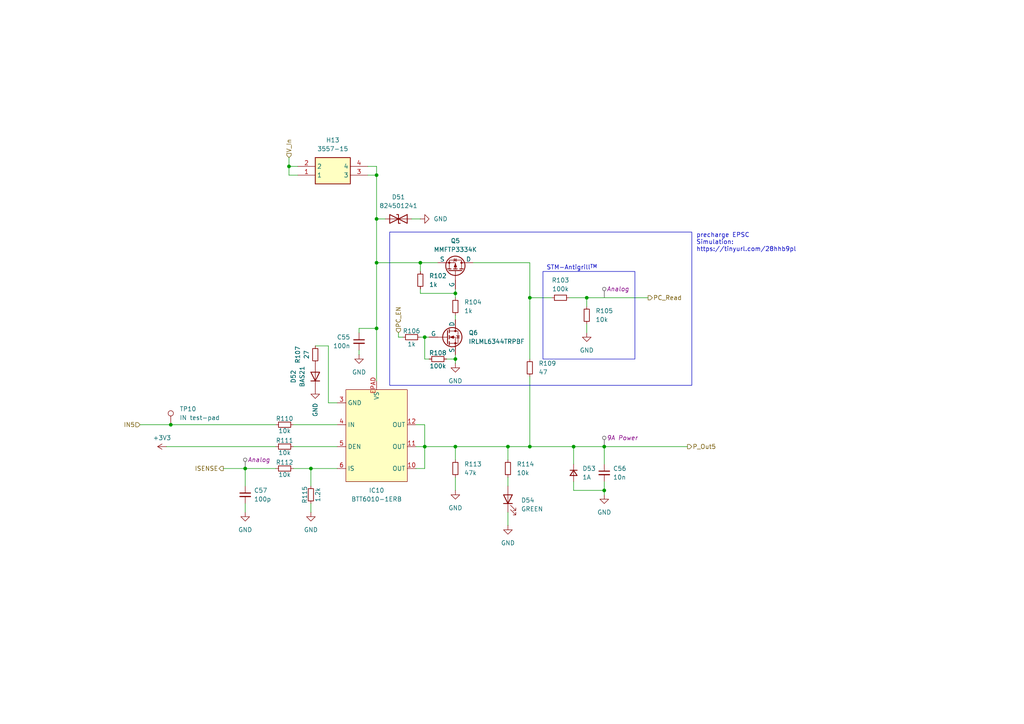
<source format=kicad_sch>
(kicad_sch (version 20231120) (generator "eeschema") (generator_version "8.0")
  (paper "A4")
  (title_block (title "PDU FT25") (date "2025-01-15") (rev "V1.2") (company "Janek Herm") (comment 1 "FaSTTUBe Electronics"))
  (lib_symbols
    (symbol "3557-15:3557-15"
      (property "Reference" "H" (at 16.51 7.62 0))
      (property "Value" "3557-15" (at 16.51 5.08 0))
      (symbol "3557-15_1_1"
        (rectangle (start 5.08 2.54) (end 15.24 -5.08) (stroke (width 0.254)) (fill (type background)))
        (pin passive line (at 0 -2.54 0) (length 5.08) (name "1") (number "1"))
        (pin passive line (at 0 0 0) (length 5.08) (name "2") (number "2"))
        (pin passive line (at 20.32 -2.54 180) (length 5.08) (name "3") (number "3"))
        (pin passive line (at 20.32 0 180) (length 5.08) (name "4") (number "4"))
      )
    )
    (symbol "Connector:TestPoint" (pin_numbers hide) (pin_names (offset 0.762) hide)
      (property "Reference" "TP" (at 0 6.858 0))
      (property "Value" "TestPoint" (at 0 5.08 0))
      (symbol "TestPoint_0_1"
        (circle (center 0 3.302) (radius 0.762))
      )
      (symbol "TestPoint_1_1"
        (pin passive line (at 0 0 90) (length 2.54) (name "1") (number "1"))
      )
    )
    (symbol "Device:C_Small" (pin_numbers hide) (pin_names (offset 0.254) hide)
      (property "Reference" "C" (at 0.254 1.778 0))
      (property "Value" "C_Small" (at 0.254 -2.032 0))
      (symbol "C_Small_0_1"
        (polyline (pts (xy -1.524 -0.508) (xy 1.524 -0.508)) (stroke (width 0.3302)))
        (polyline (pts (xy -1.524 0.508) (xy 1.524 0.508)) (stroke (width 0.3048)))
      )
      (symbol "C_Small_1_1"
        (pin passive line (at 0 2.54 270) (length 2.032) (name "~") (number "1"))
        (pin passive line (at 0 -2.54 90) (length 2.032) (name "~") (number "2"))
      )
    )
    (symbol "Device:D_Small" (pin_numbers hide) (pin_names (offset 0.254) hide)
      (property "Reference" "D" (at -1.27 2.032 0))
      (property "Value" "D_Small" (at -3.81 -2.032 0))
      (symbol "D_Small_0_1"
        (polyline (pts (xy -0.762 -1.016) (xy -0.762 1.016)) (stroke (width 0.254)))
        (polyline (pts (xy -0.762 0) (xy 0.762 0)))
        (polyline (pts (xy 0.762 -1.016) (xy -0.762 0) (xy 0.762 1.016) (xy 0.762 -1.016)) (stroke (width 0.254)))
      )
      (symbol "D_Small_1_1"
        (pin passive line (at -2.54 0 0) (length 1.778) (name "K") (number "1"))
        (pin passive line (at 2.54 0 180) (length 1.778) (name "A") (number "2"))
      )
    )
    (symbol "Device:D_TVS" (pin_numbers hide) (pin_names (offset 1.016) hide)
      (property "Reference" "D" (at 0 2.54 0))
      (property "Value" "D_TVS" (at 0 -2.54 0))
      (symbol "D_TVS_0_1"
        (polyline (pts (xy 1.27 0) (xy -1.27 0)))
        (polyline (pts (xy 0.508 1.27) (xy 0 1.27) (xy 0 -1.27) (xy -0.508 -1.27)) (stroke (width 0.254)))
        (polyline (pts (xy -2.54 1.27) (xy -2.54 -1.27) (xy 2.54 1.27) (xy 2.54 -1.27) (xy -2.54 1.27)) (stroke (width 0.254)))
      )
      (symbol "D_TVS_1_1"
        (pin passive line (at -3.81 0 0) (length 2.54) (name "A1") (number "1"))
        (pin passive line (at 3.81 0 180) (length 2.54) (name "A2") (number "2"))
      )
    )
    (symbol "Device:LED" (pin_numbers hide) (pin_names (offset 1.016) hide)
      (property "Reference" "D" (at 0 2.54 0))
      (property "Value" "LED" (at 0 -2.54 0))
      (symbol "LED_0_1"
        (polyline (pts (xy -1.27 -1.27) (xy -1.27 1.27)) (stroke (width 0.254)))
        (polyline (pts (xy -1.27 0) (xy 1.27 0)))
        (polyline (pts (xy 1.27 -1.27) (xy 1.27 1.27) (xy -1.27 0) (xy 1.27 -1.27)) (stroke (width 0.254)))
        (polyline (pts (xy -3.048 -0.762) (xy -4.572 -2.286) (xy -3.81 -2.286) (xy -4.572 -2.286) (xy -4.572 -1.524)))
        (polyline (pts (xy -1.778 -0.762) (xy -3.302 -2.286) (xy -2.54 -2.286) (xy -3.302 -2.286) (xy -3.302 -1.524)))
      )
      (symbol "LED_1_1"
        (pin passive line (at -3.81 0 0) (length 2.54) (name "K") (number "1"))
        (pin passive line (at 3.81 0 180) (length 2.54) (name "A") (number "2"))
      )
    )
    (symbol "Device:R_Small" (pin_numbers hide) (pin_names (offset 0.254) hide)
      (property "Reference" "R" (at 0.762 0.508 0))
      (property "Value" "R_Small" (at 0.762 -1.016 0))
      (symbol "R_Small_0_1"
        (rectangle (start -0.762 1.778) (end 0.762 -1.778) (stroke (width 0.2032)))
      )
      (symbol "R_Small_1_1"
        (pin passive line (at 0 2.54 270) (length 0.762) (name "~") (number "1"))
        (pin passive line (at 0 -2.54 90) (length 0.762) (name "~") (number "2"))
      )
    )
    (symbol "Diode:BAS21" (pin_numbers hide) (pin_names hide)
      (property "Reference" "D" (at 0 2.54 0))
      (property "Value" "BAS21" (at 0 -2.54 0))
      (symbol "BAS21_0_1"
        (polyline (pts (xy -1.27 1.27) (xy -1.27 -1.27)) (stroke (width 0.254)))
        (polyline (pts (xy 1.27 0) (xy -1.27 0)))
        (polyline (pts (xy 1.27 1.27) (xy 1.27 -1.27) (xy -1.27 0) (xy 1.27 1.27)) (stroke (width 0.254)))
      )
      (symbol "BAS21_1_1"
        (pin passive line (at 3.81 0 180) (length 2.54) (name "A") (number "1"))
        (pin no_connect line (at -1.27 0 0) (length 2.54) hide (name "NC") (number "2"))
        (pin passive line (at -3.81 0 0) (length 2.54) (name "K") (number "3"))
      )
    )
    (symbol "FaSTTUBe_Power-Switches:BTT6010-1ERB"
      (property "Reference" "IC" (at 0.254 -28.956 0))
      (property "Value" "BTT6010-1ERB" (at 0.508 -30.734 0))
      (symbol "BTT6010-1ERB_1_1"
        (rectangle (start -8.89 -1.27) (end 8.89 -27.94) (fill (type background)))
        (pin no_connect line (at 11.43 -2.54 180) (length 2.54) hide (name "NC") (number "1"))
        (pin passive line (at 11.43 -24.13 180) (length 2.54) (name "OUT") (number "10"))
        (pin passive line (at 11.43 -17.78 180) (length 2.54) (name "OUT") (number "11"))
        (pin passive line (at 11.43 -11.43 180) (length 2.54) (name "OUT") (number "12"))
        (pin no_connect line (at 11.43 -25.4 180) (length 2.54) hide (name "NC") (number "13"))
        (pin no_connect line (at 11.43 -26.67 180) (length 2.54) hide (name "NC") (number "14"))
        (pin no_connect line (at 11.43 -3.81 180) (length 2.54) hide (name "NC") (number "2"))
        (pin output line (at -11.43 -5.08 0) (length 2.54) (name "GND") (number "3"))
        (pin input line (at -11.43 -11.43 0) (length 2.54) (name "IN") (number "4"))
        (pin input line (at -11.43 -17.78 0) (length 2.54) (name "DEN") (number "5"))
        (pin output line (at -11.43 -24.13 0) (length 2.54) (name "IS") (number "6"))
        (pin no_connect line (at 11.43 -5.08 180) (length 2.54) hide (name "NC") (number "7"))
        (pin no_connect line (at 11.43 -6.35 180) (length 2.54) hide (name "NC") (number "8"))
        (pin no_connect line (at 11.43 -7.62 180) (length 2.54) hide (name "NC") (number "9"))
        (pin input line (at 0 1.27 270) (length 2.54) (name "VS") (number "EPAD"))
      )
    )
    (symbol "Simulation_SPICE:NMOS" (pin_numbers hide) (pin_names (offset 0))
      (property "Reference" "Q" (at 5.08 1.27 0))
      (property "Value" "NMOS" (at 5.08 -1.27 0))
      (symbol "NMOS_0_1"
        (polyline (pts (xy 0.254 0) (xy -2.54 0)))
        (polyline (pts (xy 0.254 1.905) (xy 0.254 -1.905)) (stroke (width 0.254)))
        (polyline (pts (xy 0.762 -1.27) (xy 0.762 -2.286)) (stroke (width 0.254)))
        (polyline (pts (xy 0.762 0.508) (xy 0.762 -0.508)) (stroke (width 0.254)))
        (polyline (pts (xy 0.762 2.286) (xy 0.762 1.27)) (stroke (width 0.254)))
        (polyline (pts (xy 2.54 2.54) (xy 2.54 1.778)))
        (polyline (pts (xy 2.54 -2.54) (xy 2.54 0) (xy 0.762 0)))
        (polyline (pts (xy 0.762 -1.778) (xy 3.302 -1.778) (xy 3.302 1.778) (xy 0.762 1.778)))
        (polyline (pts (xy 1.016 0) (xy 2.032 0.381) (xy 2.032 -0.381) (xy 1.016 0)) (fill (type outline)))
        (polyline (pts (xy 2.794 0.508) (xy 2.921 0.381) (xy 3.683 0.381) (xy 3.81 0.254)))
        (polyline (pts (xy 3.302 0.381) (xy 2.921 -0.254) (xy 3.683 -0.254) (xy 3.302 0.381)))
        (circle (center 1.651 0) (radius 2.794) (stroke (width 0.254)))
        (circle (center 2.54 -1.778) (radius 0.254) (fill (type outline)))
        (circle (center 2.54 1.778) (radius 0.254) (fill (type outline)))
      )
      (symbol "NMOS_1_1"
        (pin passive line (at 2.54 5.08 270) (length 2.54) (name "D") (number "1"))
        (pin input line (at -5.08 0 0) (length 2.54) (name "G") (number "2"))
        (pin passive line (at 2.54 -5.08 90) (length 2.54) (name "S") (number "3"))
      )
    )
    (symbol "Simulation_SPICE:PMOS" (pin_numbers hide) (pin_names (offset 0))
      (property "Reference" "Q" (at 5.08 1.27 0))
      (property "Value" "PMOS" (at 5.08 -1.27 0))
      (symbol "PMOS_0_1"
        (polyline (pts (xy 0.254 0) (xy -2.54 0)))
        (polyline (pts (xy 0.254 1.905) (xy 0.254 -1.905)) (stroke (width 0.254)))
        (polyline (pts (xy 0.762 -1.27) (xy 0.762 -2.286)) (stroke (width 0.254)))
        (polyline (pts (xy 0.762 0.508) (xy 0.762 -0.508)) (stroke (width 0.254)))
        (polyline (pts (xy 0.762 2.286) (xy 0.762 1.27)) (stroke (width 0.254)))
        (polyline (pts (xy 2.54 2.54) (xy 2.54 1.778)))
        (polyline (pts (xy 2.54 -2.54) (xy 2.54 0) (xy 0.762 0)))
        (polyline (pts (xy 0.762 1.778) (xy 3.302 1.778) (xy 3.302 -1.778) (xy 0.762 -1.778)))
        (polyline (pts (xy 2.286 0) (xy 1.27 0.381) (xy 1.27 -0.381) (xy 2.286 0)) (fill (type outline)))
        (polyline (pts (xy 2.794 -0.508) (xy 2.921 -0.381) (xy 3.683 -0.381) (xy 3.81 -0.254)))
        (polyline (pts (xy 3.302 -0.381) (xy 2.921 0.254) (xy 3.683 0.254) (xy 3.302 -0.381)))
        (circle (center 1.651 0) (radius 2.794) (stroke (width 0.254)))
        (circle (center 2.54 -1.778) (radius 0.254) (fill (type outline)))
        (circle (center 2.54 1.778) (radius 0.254) (fill (type outline)))
      )
      (symbol "PMOS_1_1"
        (pin passive line (at 2.54 5.08 270) (length 2.54) (name "D") (number "1"))
        (pin input line (at -5.08 0 0) (length 2.54) (name "G") (number "2"))
        (pin passive line (at 2.54 -5.08 90) (length 2.54) (name "S") (number "3"))
      )
    )
    (symbol "power:+3.3V" (power) (pin_numbers hide) (pin_names (offset 0) hide)
      (property "Value" "+3.3V" (at 0 3.556 0))
      (symbol "+3.3V_0_1"
        (polyline (pts (xy -0.762 1.27) (xy 0 2.54)))
        (polyline (pts (xy 0 0) (xy 0 2.54)))
        (polyline (pts (xy 0 2.54) (xy 0.762 1.27)))
      )
      (symbol "+3.3V_1_1"
        (pin power_in line (at 0 0 90) (length 0) (name "~") (number "1"))
      )
    )
    (symbol "power:GND" (power) (pin_numbers hide) (pin_names (offset 0) hide)
      (property "Value" "GND" (at 0 -3.81 0))
      (symbol "GND_0_1"
        (polyline (pts (xy 0 0) (xy 0 -1.27) (xy 1.27 -1.27) (xy 0 -2.54) (xy -1.27 -1.27) (xy 0 -1.27)))
      )
      (symbol "GND_1_1"
        (pin power_in line (at 0 0 270) (length 0) (name "~") (number "1"))
      )
    )
  )
  (junction (at 109.22 63.5))
  (junction (at 83.82 48.26))
  (junction (at 90.17 135.89))
  (junction (at 132.08 85.09))
  (junction (at 132.08 129.54))
  (junction (at 109.22 95.25))
  (junction (at 147.32 129.54))
  (junction (at 121.92 76.2))
  (junction (at 153.67 129.54))
  (junction (at 175.26 129.54))
  (junction (at 123.19 97.79))
  (junction (at 166.37 129.54))
  (junction (at 71.12 135.89))
  (junction (at 109.22 50.8))
  (junction (at 153.67 86.36))
  (junction (at 49.53 123.19))
  (junction (at 170.18 86.36))
  (junction (at 132.08 104.14))
  (junction (at 109.22 76.2))
  (junction (at 175.26 142.24))
  (junction (at 123.19 129.54))
  (wire (pts (xy 49.53 123.19) (xy 80.01 123.19)))
  (wire (pts (xy 153.67 76.2) (xy 153.67 86.36)))
  (wire (pts (xy 85.09 135.89) (xy 90.17 135.89)))
  (wire (pts (xy 175.26 129.54) (xy 166.37 129.54)))
  (wire (pts (xy 95.25 100.33) (xy 91.44 100.33)))
  (wire (pts (xy 115.57 97.79) (xy 116.84 97.79)))
  (wire (pts (xy 170.18 86.36) (xy 187.96 86.36)))
  (wire (pts (xy 85.09 129.54) (xy 97.79 129.54)))
  (wire (pts (xy 109.22 76.2) (xy 121.92 76.2)))
  (wire (pts (xy 109.22 48.26) (xy 109.22 50.8)))
  (wire (pts (xy 83.82 45.72) (xy 83.82 48.26)))
  (wire (pts (xy 121.92 63.5) (xy 119.38 63.5)))
  (wire (pts (xy 40.64 123.19) (xy 49.53 123.19)))
  (wire (pts (xy 121.92 97.79) (xy 123.19 97.79)))
  (wire (pts (xy 132.08 86.36) (xy 132.08 85.09)))
  (wire (pts (xy 106.68 50.8) (xy 109.22 50.8)))
  (wire (pts (xy 83.82 48.26) (xy 86.36 48.26)))
  (wire (pts (xy 170.18 86.36) (xy 170.18 88.9)))
  (wire (pts (xy 132.08 138.43) (xy 132.08 142.24)))
  (wire (pts (xy 175.26 129.54) (xy 175.26 134.62)))
  (wire (pts (xy 137.16 76.2) (xy 153.67 76.2)))
  (wire (pts (xy 71.12 135.89) (xy 71.12 140.97)))
  (wire (pts (xy 123.19 97.79) (xy 123.19 104.14)))
  (wire (pts (xy 115.57 96.52) (xy 115.57 97.79)))
  (wire (pts (xy 109.22 95.25) (xy 104.14 95.25)))
  (wire (pts (xy 106.68 48.26) (xy 109.22 48.26)))
  (wire (pts (xy 64.77 135.89) (xy 71.12 135.89)))
  (wire (pts (xy 132.08 129.54) (xy 147.32 129.54)))
  (wire (pts (xy 165.1 86.36) (xy 170.18 86.36)))
  (wire (pts (xy 85.09 123.19) (xy 97.79 123.19)))
  (wire (pts (xy 71.12 146.05) (xy 71.12 148.59)))
  (wire (pts (xy 132.08 129.54) (xy 132.08 133.35)))
  (wire (pts (xy 132.08 92.71) (xy 132.08 91.44)))
  (wire (pts (xy 121.92 76.2) (xy 127 76.2)))
  (wire (pts (xy 104.14 95.25) (xy 104.14 96.52)))
  (wire (pts (xy 123.19 97.79) (xy 124.46 97.79)))
  (wire (pts (xy 123.19 123.19) (xy 123.19 129.54)))
  (wire (pts (xy 166.37 129.54) (xy 166.37 134.62)))
  (wire (pts (xy 109.22 50.8) (xy 109.22 63.5)))
  (wire (pts (xy 120.65 129.54) (xy 123.19 129.54)))
  (wire (pts (xy 121.92 76.2) (xy 121.92 78.74)))
  (wire (pts (xy 132.08 102.87) (xy 132.08 104.14)))
  (wire (pts (xy 153.67 109.22) (xy 153.67 129.54)))
  (wire (pts (xy 83.82 50.8) (xy 86.36 50.8)))
  (wire (pts (xy 123.19 129.54) (xy 132.08 129.54)))
  (wire (pts (xy 153.67 129.54) (xy 166.37 129.54)))
  (wire (pts (xy 147.32 129.54) (xy 147.32 133.35)))
  (wire (pts (xy 123.19 135.89) (xy 123.19 129.54)))
  (wire (pts (xy 109.22 63.5) (xy 109.22 76.2)))
  (wire (pts (xy 147.32 148.59) (xy 147.32 152.4)))
  (wire (pts (xy 83.82 48.26) (xy 83.82 50.8)))
  (wire (pts (xy 120.65 135.89) (xy 123.19 135.89)))
  (wire (pts (xy 109.22 95.25) (xy 109.22 110.49)))
  (wire (pts (xy 71.12 135.89) (xy 80.01 135.89)))
  (wire (pts (xy 147.32 129.54) (xy 153.67 129.54)))
  (wire (pts (xy 104.14 101.6) (xy 104.14 102.87)))
  (wire (pts (xy 129.54 104.14) (xy 132.08 104.14)))
  (wire (pts (xy 175.26 139.7) (xy 175.26 142.24)))
  (wire (pts (xy 132.08 83.82) (xy 132.08 85.09)))
  (wire (pts (xy 132.08 104.14) (xy 132.08 105.41)))
  (wire (pts (xy 170.18 93.98) (xy 170.18 96.52)))
  (wire (pts (xy 120.65 123.19) (xy 123.19 123.19)))
  (wire (pts (xy 90.17 135.89) (xy 90.17 140.97)))
  (wire (pts (xy 175.26 129.54) (xy 199.39 129.54)))
  (wire (pts (xy 166.37 142.24) (xy 175.26 142.24)))
  (wire (pts (xy 48.26 129.54) (xy 80.01 129.54)))
  (wire (pts (xy 90.17 146.05) (xy 90.17 148.59)))
  (wire (pts (xy 166.37 139.7) (xy 166.37 142.24)))
  (wire (pts (xy 109.22 76.2) (xy 109.22 95.25)))
  (wire (pts (xy 123.19 104.14) (xy 124.46 104.14)))
  (wire (pts (xy 121.92 85.09) (xy 132.08 85.09)))
  (wire (pts (xy 175.26 142.24) (xy 175.26 143.51)))
  (wire (pts (xy 147.32 138.43) (xy 147.32 140.97)))
  (wire (pts (xy 95.25 100.33) (xy 95.25 116.84)))
  (wire (pts (xy 121.92 83.82) (xy 121.92 85.09)))
  (wire (pts (xy 109.22 63.5) (xy 111.76 63.5)))
  (wire (pts (xy 95.25 116.84) (xy 97.79 116.84)))
  (wire (pts (xy 153.67 86.36) (xy 160.02 86.36)))
  (wire (pts (xy 90.17 135.89) (xy 97.79 135.89)))
  (wire (pts (xy 153.67 86.36) (xy 153.67 104.14)))
  (rectangle (start 157.48 78.74) (end 184.15 104.14))
  (rectangle (start 113.03 67.31) (end 200.66 111.76))
  (text "precharge EPSC\nSimulation:\nhttps://tinyurl.com/28hhb9pl" (at 201.93 70.358 0) (effects (font (size 1.27 1.27)) (justify left)))
  (text "STM-Antigrill^{TM}" (at 165.862 77.724 0) (effects (font (size 1.27 1.27))))
  (hierarchical_label "PC_Read" (shape output) (at 187.96 86.36 0))
  (hierarchical_label "IN5" (shape input) (at 40.64 123.19 180))
  (hierarchical_label "P_Out5" (shape output) (at 199.39 129.54 0))
  (hierarchical_label "ISENSE" (shape output) (at 64.77 135.89 180))
  (hierarchical_label "PC_EN" (shape input) (at 115.57 96.52 90))
  (hierarchical_label "V_In" (shape input) (at 83.82 45.72 90))
  (netclass_flag "" (length 2.54) (shape round) (at 71.12 135.89 0) (property "Netclass" "Analog" (at 71.8185 133.35 0) (effects (font (italic yes)) (justify left))))
  (netclass_flag "" (length 2.54) (shape round) (at 175.26 129.54 0) (property "Netclass" "9A Power" (at 175.9585 127 0) (effects (font (italic yes)) (justify left))))
  (netclass_flag "" (length 2.54) (shape round) (at 175.26 86.36 0) (property "Netclass" "Analog" (at 175.9585 83.82 0) (effects (font (italic yes)) (justify left))))
  (symbol (lib_id "Simulation_SPICE:PMOS") (at 132.08 78.74 270) (mirror x) (unit 1)
    (property "Reference" "Q5" (at 132.08 69.85 90))
    (property "Value" "MMFTP3334K" (at 132.08 72.39 90))
    (property "Footprint" "Package_TO_SOT_SMD:SOT-23" (effects (hide yes)))
    (property "Datasheet" "https://diotec.com/request/datasheet/mmftp3334k.pdf" (effects (hide yes)))
    (property "Description" "P-MOSFET transistor, drain/source/gate" (effects (hide yes)))
    (property "Sim.Device" "PMOS" (effects (hide yes)))
    (property "Sim.Type" "VDMOS" (effects (hide yes)))
    (property "Sim.Pins" "1=D 2=G 3=S" (effects (hide yes)))
  )
  (symbol (lib_id "FaSTTUBe_Power-Switches:BTT6010-1ERB") (at 109.22 111.76 0) (unit 1)
    (property "Reference" "IC10" (at 109.22 142.24 0))
    (property "Value" "BTT6010-1ERB" (at 109.22 144.78 0))
    (property "Footprint" "BTT6010-1ERB:SOIC14_BTT6010-1ERB_INF" (effects (hide yes)))
    (property "Datasheet" "https://www.infineon.com/dgdl/Infineon-BTT6010-1ERB-DS-v01_00-EN.pdf?fileId=5546d46269e1c019016a21e80b080d7a" (effects (hide yes)))
  )
  (symbol (lib_id "Device:D_TVS") (at 115.57 63.5 0) (mirror y) (unit 1)
    (property "Reference" "D51" (at 115.57 57.15 0))
    (property "Value" "824501241" (at 115.57 59.69 0))
    (property "Footprint" "824501241:DIOM5127X250N" (effects (hide yes)))
    (property "Datasheet" "https://www.we-online.com/components/products/datasheet/824501241.pdf" (effects (hide yes)))
    (property "Description" "Bidirectional transient-voltage-suppression diode" (effects (hide yes)))
  )
  (symbol (lib_id "Device:R_Small") (at 132.08 88.9 0) (unit 1)
    (property "Reference" "R104" (at 134.62 87.6299 0) (effects (justify left)))
    (property "Value" "1k" (at 134.62 90.1699 0) (effects (justify left)))
    (property "Footprint" "Resistor_SMD:R_0603_1608Metric" (effects (hide yes)))
    (property "Description" "Resistor, small symbol" (effects (hide yes)))
  )
  (symbol (lib_id "Device:R_Small") (at 119.38 97.79 90) (unit 1)
    (property "Reference" "R106" (at 119.38 96.012 90))
    (property "Value" "1k" (at 119.38 99.822 90))
    (property "Footprint" "Resistor_SMD:R_0603_1608Metric" (effects (hide yes)))
    (property "Description" "Resistor, small symbol" (effects (hide yes)))
  )
  (symbol (lib_id "Simulation_SPICE:NMOS") (at 129.54 97.79 0) (unit 1)
    (property "Reference" "Q6" (at 135.89 96.5199 0) (effects (justify left)))
    (property "Value" "IRLML6344TRPBF" (at 135.89 99.0599 0) (effects (justify left)))
    (property "Footprint" "Package_TO_SOT_SMD:SOT-23-3" (effects (hide yes)))
    (property "Datasheet" "https://www.mouser.de/datasheet/2/196/Infineon_IRLML6344_DataSheet_v01_01_EN-3363406.pdf" (effects (hide yes)))
    (property "Description" "N-MOSFET transistor, drain/source/gate" (effects (hide yes)))
    (property "Sim.Device" "NMOS" (effects (hide yes)))
    (property "Sim.Type" "VDMOS" (effects (hide yes)))
    (property "Sim.Pins" "1=D 2=G 3=S" (effects (hide yes)))
  )
  (symbol (lib_id "Device:C_Small") (at 104.14 99.06 0) (mirror y) (unit 1)
    (property "Reference" "C55" (at 101.6 97.7962 0) (effects (justify left)))
    (property "Value" "100n" (at 101.6 100.3362 0) (effects (justify left)))
    (property "Footprint" "Capacitor_SMD:C_0603_1608Metric" (effects (hide yes)))
    (property "Description" "Unpolarized capacitor, small symbol" (effects (hide yes)))
  )
  (symbol (lib_id "power:GND") (at 91.44 113.03 0) (unit 1)
    (property "Reference" "#PWR0161" (effects (hide yes)))
    (property "Value" "GND" (at 91.4399 116.84 90) (effects (justify right)))
    (property "Description" "Power symbol creates a global label with name \"GND\" , ground" (effects (hide yes)))
  )
  (symbol (lib_id "power:+3.3V") (at 48.26 129.54 90) (unit 1)
    (property "Reference" "#PWR0162" (effects (hide yes)))
    (property "Value" "+3V3" (at 46.99 127 90))
    (property "Description" "Power symbol creates a global label with name \"+3.3V\"" (effects (hide yes)))
  )
  (symbol (lib_id "Device:R_Small") (at 82.55 135.89 270) (unit 1)
    (property "Reference" "R112" (at 82.55 134.112 90))
    (property "Value" "10k" (at 82.55 137.668 90))
    (property "Footprint" "Resistor_SMD:R_0603_1608Metric" (effects (hide yes)))
    (property "Description" "Resistor, small symbol" (effects (hide yes)))
  )
  (symbol (lib_id "Device:R_Small") (at 132.08 135.89 0) (unit 1)
    (property "Reference" "R113" (at 134.62 134.6199 0) (effects (justify left)))
    (property "Value" "47k" (at 134.62 137.1599 0) (effects (justify left)))
    (property "Footprint" "Resistor_SMD:R_0603_1608Metric" (effects (hide yes)))
    (property "Description" "Resistor, small symbol" (effects (hide yes)))
  )
  (symbol (lib_id "Device:C_Small") (at 71.12 143.51 0) (unit 1)
    (property "Reference" "C57" (at 73.66 142.2462 0) (effects (justify left)))
    (property "Value" "100p" (at 73.66 144.7862 0) (effects (justify left)))
    (property "Footprint" "Capacitor_SMD:C_0603_1608Metric" (effects (hide yes)))
    (property "Description" "Unpolarized capacitor, small symbol" (effects (hide yes)))
  )
  (symbol (lib_id "Device:R_Small") (at 170.18 91.44 180) (unit 1)
    (property "Reference" "R105" (at 172.72 90.1699 0) (effects (justify right)))
    (property "Value" "10k" (at 172.72 92.7099 0) (effects (justify right)))
    (property "Footprint" "Resistor_SMD:R_0603_1608Metric" (effects (hide yes)))
    (property "Description" "Resistor, small symbol" (effects (hide yes)))
  )
  (symbol (lib_id "Device:D_Small") (at 166.37 137.16 270) (unit 1)
    (property "Reference" "D53" (at 168.91 135.8899 90) (effects (justify left)))
    (property "Value" "1A" (at 168.91 138.4299 90) (effects (justify left)))
    (property "Footprint" "Diode_SMD:D_SOD-123F" (effects (hide yes)))
    (property "Datasheet" "https://www.mouser.de/datasheet/2/389/stpst1h100-3107187.pdf" (effects (hide yes)))
    (property "Description" "Diode, small symbol" (effects (hide yes)))
    (property "Sim.Device" "D" (effects (hide yes)))
    (property "Sim.Pins" "1=K 2=A" (effects (hide yes)))
  )
  (symbol (lib_id "power:GND") (at 132.08 105.41 0) (unit 1)
    (property "Reference" "#PWR0160" (effects (hide yes)))
    (property "Value" "GND" (at 132.08 110.49 0))
    (property "Description" "Power symbol creates a global label with name \"GND\" , ground" (effects (hide yes)))
  )
  (symbol (lib_id "Device:LED") (at 147.32 144.78 90) (unit 1)
    (property "Reference" "D54" (at 151.13 145.0974 90) (effects (justify right)))
    (property "Value" "GREEN" (at 151.13 147.6374 90) (effects (justify right)))
    (property "Footprint" "LED_SMD:LED_0603_1608Metric" (effects (hide yes)))
    (property "Datasheet" "https://www.we-online.com/components/products/datasheet/150060VS75000.pdf" (effects (hide yes)))
    (property "Description" "Light emitting diode" (effects (hide yes)))
    (property "MPR" "150060VS75000" (effects (hide yes)))
  )
  (symbol (lib_id "Device:R_Small") (at 91.44 102.87 180) (unit 1)
    (property "Reference" "R107" (at 86.36 102.87 90))
    (property "Value" "27" (at 88.9 102.87 90))
    (property "Footprint" "Resistor_SMD:R_0603_1608Metric" (effects (hide yes)))
    (property "Description" "Resistor, small symbol" (effects (hide yes)))
  )
  (symbol (lib_id "Device:R_Small") (at 82.55 123.19 270) (unit 1)
    (property "Reference" "R110" (at 82.55 121.412 90))
    (property "Value" "10k" (at 82.55 124.968 90))
    (property "Footprint" "Resistor_SMD:R_0603_1608Metric" (effects (hide yes)))
    (property "Description" "Resistor, small symbol" (effects (hide yes)))
  )
  (symbol (lib_id "Device:R_Small") (at 162.56 86.36 90) (unit 1)
    (property "Reference" "R103" (at 162.56 81.28 90))
    (property "Value" "100k" (at 162.56 83.82 90))
    (property "Footprint" "Resistor_SMD:R_0603_1608Metric" (effects (hide yes)))
    (property "Description" "Resistor, small symbol" (effects (hide yes)))
  )
  (symbol (lib_id "Device:R_Small") (at 90.17 143.51 0) (unit 1)
    (property "Reference" "R115" (at 88.392 143.51 90))
    (property "Value" "1.2k" (at 92.202 143.51 90))
    (property "Footprint" "Resistor_SMD:R_0603_1608Metric" (effects (hide yes)))
    (property "Description" "Resistor, small symbol" (effects (hide yes)))
  )
  (symbol (lib_id "power:GND") (at 90.17 148.59 0) (unit 1)
    (property "Reference" "#PWR0166" (effects (hide yes)))
    (property "Value" "GND" (at 90.17 153.67 0))
    (property "Description" "Power symbol creates a global label with name \"GND\" , ground" (effects (hide yes)))
  )
  (symbol (lib_id "Device:R_Small") (at 147.32 135.89 0) (unit 1)
    (property "Reference" "R114" (at 149.86 134.6199 0) (effects (justify left)))
    (property "Value" "10k" (at 149.86 137.1599 0) (effects (justify left)))
    (property "Footprint" "Resistor_SMD:R_0603_1608Metric" (effects (hide yes)))
    (property "Description" "Resistor, small symbol" (effects (hide yes)))
  )
  (symbol (lib_id "power:GND") (at 170.18 96.52 0) (unit 1)
    (property "Reference" "#PWR0158" (effects (hide yes)))
    (property "Value" "GND" (at 170.18 101.6 0))
    (property "Description" "Power symbol creates a global label with name \"GND\" , ground" (effects (hide yes)))
  )
  (symbol (lib_id "Device:R_Small") (at 153.67 106.68 0) (unit 1)
    (property "Reference" "R109" (at 156.21 105.4099 0) (effects (justify left)))
    (property "Value" "47" (at 156.21 107.9499 0) (effects (justify left)))
    (property "Footprint" "Resistor_SMD:R_1210_3225Metric" (effects (hide yes)))
    (property "Description" "Resistor, small symbol" (effects (hide yes)))
  )
  (symbol (lib_id "3557-15:3557-15") (at 86.36 48.26 0) (unit 1)
    (property "Reference" "H13" (at 96.52 40.64 0))
    (property "Value" "3557-15" (at 96.52 43.18 0))
    (property "Footprint" "3557-15:355715" (effects (hide yes)))
    (property "Datasheet" "https://www.keyelco.com/product-pdf.cfm?p=14225" (effects (hide yes)))
    (property "Description" "Fuse Holder T/H 2 IN 1 AUTO BLDE HOLDER, BLUE 15A" (effects (hide yes)))
    (property "Height" "7.5" (effects (hide yes)))
    (property "Mouser Part Number" "534-3557-15" (effects (hide yes)))
    (property "Mouser Price/Stock" "https://www.mouser.co.uk/ProductDetail/Keystone-Electronics/3557-15?qs=iR2ablhfrmFh8obBV91Xhg%3D%3D" (effects (hide yes)))
    (property "Manufacturer_Name" "Keystone Electronics" (effects (hide yes)))
    (property "Manufacturer_Part_Number" "3557-15" (effects (hide yes)))
  )
  (symbol (lib_id "Connector:TestPoint") (at 49.53 123.19 0) (unit 1)
    (property "Reference" "TP10" (at 52.07 118.6179 0) (effects (justify left)))
    (property "Value" "IN test-pad" (at 52.07 121.1579 0) (effects (justify left)))
    (property "Footprint" "5025:5025" (effects (hide yes)))
    (property "Description" "test point" (effects (hide yes)))
  )
  (symbol (lib_id "power:GND") (at 104.14 102.87 0) (mirror y) (unit 1)
    (property "Reference" "#PWR0159" (effects (hide yes)))
    (property "Value" "GND" (at 104.14 107.95 0))
    (property "Description" "Power symbol creates a global label with name \"GND\" , ground" (effects (hide yes)))
  )
  (symbol (lib_id "Device:R_Small") (at 121.92 81.28 0) (unit 1)
    (property "Reference" "R102" (at 124.46 80.0099 0) (effects (justify left)))
    (property "Value" "1k" (at 124.46 82.5499 0) (effects (justify left)))
    (property "Footprint" "Resistor_SMD:R_0603_1608Metric" (effects (hide yes)))
    (property "Description" "Resistor, small symbol" (effects (hide yes)))
  )
  (symbol (lib_id "Diode:BAS21") (at 91.44 109.22 90) (unit 1)
    (property "Reference" "D52" (at 85.09 109.22 0))
    (property "Value" "BAS21" (at 87.63 109.22 0))
    (property "Footprint" "Package_TO_SOT_SMD:SOT-23" (effects (hide yes)))
    (property "Datasheet" "https://www.diodes.com/assets/Datasheets/Ds12004.pdf" (effects (hide yes)))
    (property "Description" "250V, 0.4A, High-speed Switching Diode, SOT-23" (effects (hide yes)))
  )
  (symbol (lib_id "power:GND") (at 121.92 63.5 90) (mirror x) (unit 1)
    (property "Reference" "#PWR0157" (effects (hide yes)))
    (property "Value" "GND" (at 125.73 63.4999 90) (effects (justify right)))
    (property "Description" "Power symbol creates a global label with name \"GND\" , ground" (effects (hide yes)))
  )
  (symbol (lib_id "power:GND") (at 71.12 148.59 0) (unit 1)
    (property "Reference" "#PWR0165" (effects (hide yes)))
    (property "Value" "GND" (at 71.12 153.67 0))
    (property "Description" "Power symbol creates a global label with name \"GND\" , ground" (effects (hide yes)))
  )
  (symbol (lib_id "power:GND") (at 132.08 142.24 0) (unit 1)
    (property "Reference" "#PWR0163" (effects (hide yes)))
    (property "Value" "GND" (at 132.08 147.32 0))
    (property "Description" "Power symbol creates a global label with name \"GND\" , ground" (effects (hide yes)))
  )
  (symbol (lib_id "Device:C_Small") (at 175.26 137.16 0) (unit 1)
    (property "Reference" "C56" (at 177.8 135.8962 0) (effects (justify left)))
    (property "Value" "10n" (at 177.8 138.4362 0) (effects (justify left)))
    (property "Footprint" "Capacitor_SMD:C_0603_1608Metric" (effects (hide yes)))
    (property "Description" "Unpolarized capacitor, small symbol" (effects (hide yes)))
  )
  (symbol (lib_id "power:GND") (at 175.26 143.51 0) (unit 1)
    (property "Reference" "#PWR0164" (effects (hide yes)))
    (property "Value" "GND" (at 175.26 148.59 0))
    (property "Description" "Power symbol creates a global label with name \"GND\" , ground" (effects (hide yes)))
  )
  (symbol (lib_id "Device:R_Small") (at 127 104.14 90) (unit 1)
    (property "Reference" "R108" (at 127 102.362 90))
    (property "Value" "100k" (at 127 106.172 90))
    (property "Footprint" "Resistor_SMD:R_0603_1608Metric" (effects (hide yes)))
    (property "Description" "Resistor, small symbol" (effects (hide yes)))
  )
  (symbol (lib_id "Device:R_Small") (at 82.55 129.54 270) (unit 1)
    (property "Reference" "R111" (at 82.55 127.762 90))
    (property "Value" "10k" (at 82.55 131.318 90))
    (property "Footprint" "Resistor_SMD:R_0603_1608Metric" (effects (hide yes)))
    (property "Description" "Resistor, small symbol" (effects (hide yes)))
  )
  (symbol (lib_id "power:GND") (at 147.32 152.4 0) (unit 1)
    (property "Reference" "#PWR0167" (effects (hide yes)))
    (property "Value" "GND" (at 147.32 157.48 0))
    (property "Description" "Power symbol creates a global label with name \"GND\" , ground" (effects (hide yes)))
  )
)
</source>
